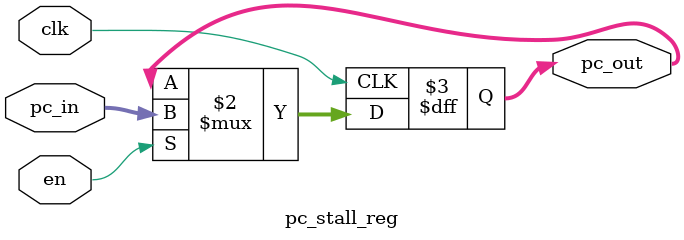
<source format=sv>
module pc_stall_reg #(
    parameter PC_WIDTH = 32
) (
    input  logic                clk,
    input  logic                en,
    input  logic [PC_WIDTH-1:0] pc_in,
    output logic [PC_WIDTH-1:0] pc_out
);

always_ff @(posedge clk) begin
    pc_out <= en ? pc_in : pc_out;
end

endmodule

</source>
